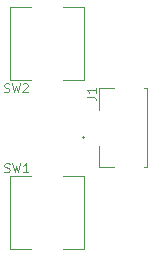
<source format=gbr>
%TF.GenerationSoftware,KiCad,Pcbnew,8.0.2*%
%TF.CreationDate,2025-05-18T13:53:18-07:00*%
%TF.ProjectId,PGS_Trigger_Board,5047535f-5472-4696-9767-65725f426f61,rev?*%
%TF.SameCoordinates,Original*%
%TF.FileFunction,Legend,Top*%
%TF.FilePolarity,Positive*%
%FSLAX46Y46*%
G04 Gerber Fmt 4.6, Leading zero omitted, Abs format (unit mm)*
G04 Created by KiCad (PCBNEW 8.0.2) date 2025-05-18 13:53:18*
%MOMM*%
%LPD*%
G01*
G04 APERTURE LIST*
%ADD10C,0.100000*%
%ADD11C,0.200000*%
G04 APERTURE END LIST*
D10*
X223790000Y-150376050D02*
X223897143Y-150411764D01*
X223897143Y-150411764D02*
X224075714Y-150411764D01*
X224075714Y-150411764D02*
X224147143Y-150376050D01*
X224147143Y-150376050D02*
X224182857Y-150340335D01*
X224182857Y-150340335D02*
X224218571Y-150268907D01*
X224218571Y-150268907D02*
X224218571Y-150197478D01*
X224218571Y-150197478D02*
X224182857Y-150126050D01*
X224182857Y-150126050D02*
X224147143Y-150090335D01*
X224147143Y-150090335D02*
X224075714Y-150054621D01*
X224075714Y-150054621D02*
X223932857Y-150018907D01*
X223932857Y-150018907D02*
X223861428Y-149983192D01*
X223861428Y-149983192D02*
X223825714Y-149947478D01*
X223825714Y-149947478D02*
X223790000Y-149876050D01*
X223790000Y-149876050D02*
X223790000Y-149804621D01*
X223790000Y-149804621D02*
X223825714Y-149733192D01*
X223825714Y-149733192D02*
X223861428Y-149697478D01*
X223861428Y-149697478D02*
X223932857Y-149661764D01*
X223932857Y-149661764D02*
X224111428Y-149661764D01*
X224111428Y-149661764D02*
X224218571Y-149697478D01*
X224468571Y-149661764D02*
X224647143Y-150411764D01*
X224647143Y-150411764D02*
X224790000Y-149876050D01*
X224790000Y-149876050D02*
X224932857Y-150411764D01*
X224932857Y-150411764D02*
X225111429Y-149661764D01*
X225361429Y-149733192D02*
X225397143Y-149697478D01*
X225397143Y-149697478D02*
X225468572Y-149661764D01*
X225468572Y-149661764D02*
X225647143Y-149661764D01*
X225647143Y-149661764D02*
X225718572Y-149697478D01*
X225718572Y-149697478D02*
X225754286Y-149733192D01*
X225754286Y-149733192D02*
X225790000Y-149804621D01*
X225790000Y-149804621D02*
X225790000Y-149876050D01*
X225790000Y-149876050D02*
X225754286Y-149983192D01*
X225754286Y-149983192D02*
X225325714Y-150411764D01*
X225325714Y-150411764D02*
X225790000Y-150411764D01*
X230781764Y-150789999D02*
X231317478Y-150789999D01*
X231317478Y-150789999D02*
X231424621Y-150825714D01*
X231424621Y-150825714D02*
X231496050Y-150897142D01*
X231496050Y-150897142D02*
X231531764Y-151004285D01*
X231531764Y-151004285D02*
X231531764Y-151075714D01*
X231531764Y-150039999D02*
X231531764Y-150468570D01*
X231531764Y-150254285D02*
X230781764Y-150254285D01*
X230781764Y-150254285D02*
X230888907Y-150325713D01*
X230888907Y-150325713D02*
X230960335Y-150397142D01*
X230960335Y-150397142D02*
X230996050Y-150468570D01*
X223810000Y-157146050D02*
X223917143Y-157181764D01*
X223917143Y-157181764D02*
X224095714Y-157181764D01*
X224095714Y-157181764D02*
X224167143Y-157146050D01*
X224167143Y-157146050D02*
X224202857Y-157110335D01*
X224202857Y-157110335D02*
X224238571Y-157038907D01*
X224238571Y-157038907D02*
X224238571Y-156967478D01*
X224238571Y-156967478D02*
X224202857Y-156896050D01*
X224202857Y-156896050D02*
X224167143Y-156860335D01*
X224167143Y-156860335D02*
X224095714Y-156824621D01*
X224095714Y-156824621D02*
X223952857Y-156788907D01*
X223952857Y-156788907D02*
X223881428Y-156753192D01*
X223881428Y-156753192D02*
X223845714Y-156717478D01*
X223845714Y-156717478D02*
X223810000Y-156646050D01*
X223810000Y-156646050D02*
X223810000Y-156574621D01*
X223810000Y-156574621D02*
X223845714Y-156503192D01*
X223845714Y-156503192D02*
X223881428Y-156467478D01*
X223881428Y-156467478D02*
X223952857Y-156431764D01*
X223952857Y-156431764D02*
X224131428Y-156431764D01*
X224131428Y-156431764D02*
X224238571Y-156467478D01*
X224488571Y-156431764D02*
X224667143Y-157181764D01*
X224667143Y-157181764D02*
X224810000Y-156646050D01*
X224810000Y-156646050D02*
X224952857Y-157181764D01*
X224952857Y-157181764D02*
X225131429Y-156431764D01*
X225810000Y-157181764D02*
X225381429Y-157181764D01*
X225595714Y-157181764D02*
X225595714Y-156431764D01*
X225595714Y-156431764D02*
X225524286Y-156538907D01*
X225524286Y-156538907D02*
X225452857Y-156610335D01*
X225452857Y-156610335D02*
X225381429Y-156646050D01*
%TO.C,SW2*%
X224315265Y-143165000D02*
X224315265Y-149365000D01*
X224315265Y-143165000D02*
X226065265Y-143163839D01*
X224315265Y-149365000D02*
X226065265Y-149363839D01*
X228765265Y-143166161D02*
X230515265Y-143165000D01*
X228765265Y-149366161D02*
X230515265Y-149365000D01*
X230515265Y-143165000D02*
X230515265Y-149365000D01*
D11*
%TO.C,J1*%
X230470000Y-154239999D02*
X230470000Y-154239999D01*
X230570000Y-154240000D02*
X230570000Y-154240000D01*
X230570000Y-154240000D02*
X230570000Y-154240000D01*
D10*
X231845000Y-150090000D02*
X231845000Y-150090000D01*
X231845000Y-150090000D02*
X231845000Y-150090000D01*
X231845000Y-150090000D02*
X231845000Y-151940000D01*
X231845000Y-150090000D02*
X233120000Y-150090000D01*
X231845000Y-151940000D02*
X231845000Y-150090000D01*
X231845000Y-151940000D02*
X231845000Y-151940000D01*
X231845000Y-154940000D02*
X231845000Y-154940000D01*
X231845000Y-154940000D02*
X231845000Y-156790000D01*
X231845000Y-156790000D02*
X231845000Y-154940000D01*
X231845000Y-156790000D02*
X231845000Y-156790000D01*
X231845000Y-156790000D02*
X231845000Y-156790000D01*
X231845000Y-156790000D02*
X233120000Y-156790000D01*
X233120000Y-150090000D02*
X231845000Y-150090000D01*
X233120000Y-150090000D02*
X233120000Y-150090000D01*
X233120000Y-156790000D02*
X231845000Y-156790000D01*
X233120000Y-156790000D02*
X233120000Y-156790000D01*
X235620000Y-150090000D02*
X235620000Y-150090000D01*
X235620000Y-150090000D02*
X235895000Y-150090000D01*
X235620000Y-156790000D02*
X235620000Y-156790000D01*
X235620000Y-156790000D02*
X235870000Y-156790000D01*
X235870000Y-156790000D02*
X235620000Y-156790000D01*
X235870000Y-156790000D02*
X235870000Y-156790000D01*
X235895000Y-150090000D02*
X235620000Y-150090000D01*
X235895000Y-150090000D02*
X235895000Y-150090000D01*
X235895000Y-150090000D02*
X235895000Y-150090000D01*
X235895000Y-150090000D02*
X235895000Y-156790000D01*
X235895000Y-156790000D02*
X235895000Y-150090000D01*
X235895000Y-156790000D02*
X235895000Y-156790000D01*
D11*
X230470000Y-154239999D02*
G75*
G02*
X230570000Y-154240000I50000J-1D01*
G01*
X230470000Y-154239999D02*
G75*
G02*
X230570000Y-154240000I50000J-1D01*
G01*
X230570000Y-154240000D02*
G75*
G02*
X230470000Y-154239999I-50000J0D01*
G01*
D10*
%TO.C,SW1*%
X224315265Y-163715000D02*
X224315265Y-157515000D01*
X226065265Y-157513839D02*
X224315265Y-157515000D01*
X226065265Y-163713839D02*
X224315265Y-163715000D01*
X230515265Y-157515000D02*
X228765265Y-157516161D01*
X230515265Y-163715000D02*
X228765265Y-163716161D01*
X230515265Y-163715000D02*
X230515265Y-157515000D01*
%TD*%
M02*

</source>
